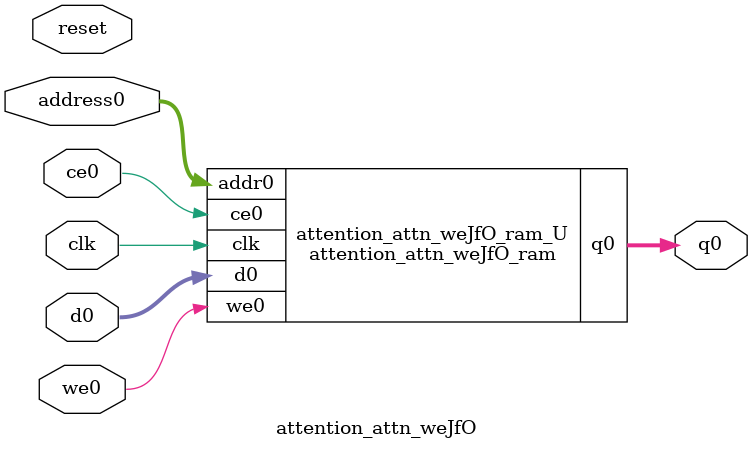
<source format=v>
`timescale 1 ns / 1 ps
module attention_attn_weJfO_ram (addr0, ce0, d0, we0, q0,  clk);

parameter DWIDTH = 40;
parameter AWIDTH = 4;
parameter MEM_SIZE = 12;

input[AWIDTH-1:0] addr0;
input ce0;
input[DWIDTH-1:0] d0;
input we0;
output reg[DWIDTH-1:0] q0;
input clk;

(* ram_style = "distributed" *)reg [DWIDTH-1:0] ram[0:MEM_SIZE-1];




always @(posedge clk)  
begin 
    if (ce0) begin
        if (we0) 
            ram[addr0] <= d0; 
        q0 <= ram[addr0];
    end
end


endmodule

`timescale 1 ns / 1 ps
module attention_attn_weJfO(
    reset,
    clk,
    address0,
    ce0,
    we0,
    d0,
    q0);

parameter DataWidth = 32'd40;
parameter AddressRange = 32'd12;
parameter AddressWidth = 32'd4;
input reset;
input clk;
input[AddressWidth - 1:0] address0;
input ce0;
input we0;
input[DataWidth - 1:0] d0;
output[DataWidth - 1:0] q0;



attention_attn_weJfO_ram attention_attn_weJfO_ram_U(
    .clk( clk ),
    .addr0( address0 ),
    .ce0( ce0 ),
    .we0( we0 ),
    .d0( d0 ),
    .q0( q0 ));

endmodule


</source>
